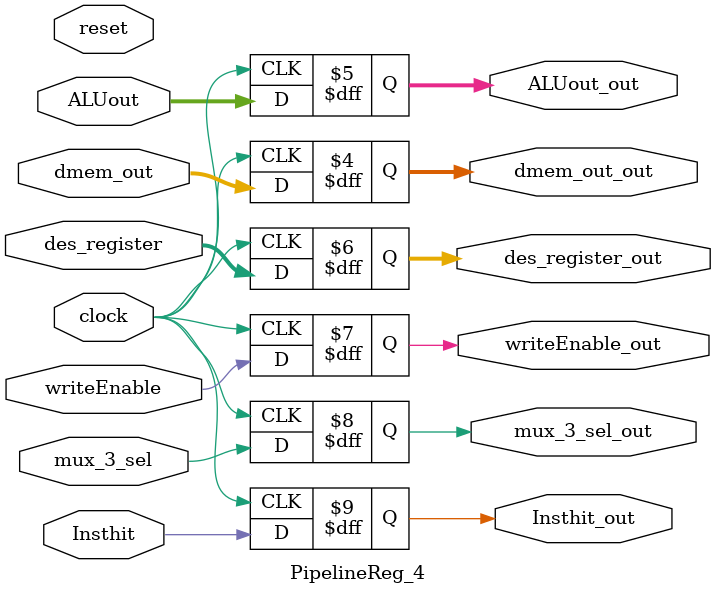
<source format=v>

module PipelineReg_1(clock,reset,nextPC,PC,Instruction,Insthit,busywait,
                     nextPC_out,PC_out,Instr_out,Insthit_out);

input [31:0] nextPC,PC,Instruction;
input clock,reset,Insthit,busywait;   //  instruction hit signal to check wether the fetched instruction is a valid one and busywait to 
                          //  the register to hold the value.

output reg [31:0] nextPC_out,PC_out,Instr_out;
output reg Insthit_out; 

always @(posedge clock ) begin
    if (!busywait)begin
        nextPC_out = nextPC;
        PC_out     = PC;
        Instr_out  = Instruction;
        Insthit_out = Insthit;
    end
end

always @(reset)begin
    if(reset == 1'b1) begin 
        Instr_out = 0;
        Insthit_out = 0;
    end
end

endmodule




// Pipeline register between register read stage & ALU operation stage

module PipelineReg_2(reset,clock,busywait,
        //from instruction
        des_register,Funct3,
        
        //control signals
        mux_5_sel,writeEnable,mux_3_sel,memWrite,memRead,ALUop,mux_4_sel,branch,jump,mux_1_sel,
        
        //PC
        PC,nextPC,
        
        //regfile outputs
        data1,data2,
        
        //immidiate value
        mux_2_out,
        
        //inst hit signal
        Insthit,
        
        //outputs
        des_register_out,Funct3_out,mux_5_sel_out,writeEnable_out,mux_3_sel_out,memWrite_out,memRead_out,ALUop_out,mux_4_sel_out,branch_out,jump_out,mux_1_sel_out,
        PC_out,nextPC_out,data1_out,data2_out,mux_2_out_out,Insthit_out);

input [31:0] nextPC,PC,data1,data2;
input [4:0]  ALUop,des_register;
input [2:0]  mux_2_out,Funct3;
input [1:0]  mux_4_sel;
input        reset,clock,busywait,mux_5_sel,writeEnable,mux_3_sel,memWrite,memRead,branch,jump,mux_1_sel,Insthit;

output reg [31:0] nextPC_out,PC_out,data1_out,data2_out;
output reg [4:0]  ALUop_out,des_register_out;
output reg [2:0]  mux_2_out_out,Funct3_out;
output reg [1:0]  mux_4_sel_out;
output reg        mux_5_sel_out,writeEnable_out,mux_3_sel_out,memWrite_out,memRead_out,branch_out,jump_out,mux_1_sel_out,Insthit_out;

always @(posedge clock ) begin
    if (!busywait)begin
        nextPC_out = nextPC;
        PC_out     = PC;
        data1_out  = data1;
        data2_out  = data2;
        ALUop_out  = ALUop;
        des_register_out    = des_register;
        mux_2_out_out       = mux_2_out;
        Funct3_out          = Funct3;
        mux_4_sel_out       = mux_4_sel;
        mux_5_sel_out       = mux_5_sel;
        writeEnable_out     = writeEnable;
        mux_3_sel_out       = mux_3_sel;
        memWrite_out        = memWrite;
        memRead_out         = memRead;
        branch_out          = branch;
        jump_out            = jump;
        mux_1_sel_out       = mux_1_sel;
        Insthit_out         = Insthit;
    end
end

//waht shoul happen when reset????
always @(reset)begin
    if(reset == 1'b1) begin 
    end
end

endmodule



// Pipeline register between ALU operation stage & data memory stage

module PipelineReg_3(reset,clock,busywait,
        //from instruction
        des_register,Funct3,
        
        //control signals
        writeEnable,mux_3_sel,memWrite,memRead,
        
        //Alu out
        ALUout,
        
        //regfile outputs
        data2,
        
        //inst hit signal
        Insthit,
        
        //outputs
        des_register_out,Funct3_out,writeEnable_out,mux_3_sel_out,memWrite_out,memRead_out,ALUout_out,data2_out,Insthit_out);

input [31:0] data2,ALUout;
input [4:0]  des_register;
input [2:0]  Funct3;
input        reset,clock,busywait,writeEnable,mux_3_sel,memWrite,memRead,Insthit;

output reg [31:0] data2_out,ALUout_out;
output reg [4:0]  des_register_out;
output reg [2:0]  Funct3_out;
output reg        writeEnable_out,mux_3_sel_out,memWrite_out,memRead_out,Insthit_out;

always @(posedge clock ) begin
    if (!busywait)begin
        data2_out  = data2;
        ALUout_out  = ALUout;
        des_register_out    = des_register;
        Funct3_out          = Funct3;
        writeEnable_out     = writeEnable;
        mux_3_sel_out       = mux_3_sel;
        memWrite_out        = memWrite;
        memRead_out         = memRead;
        Insthit_out         = Insthit;
    end
end

//what should happen when reset????
always @(reset)begin
    if(reset == 1'b1) begin
    end
end

endmodule

// Pipeline register between data memory stage & writeback stage

module PipelineReg_4(reset,clock,
        //from instruction
        des_register,
        
        //control signals
        writeEnable,mux_3_sel,
        
        //Alu out
        ALUout,
        
        //data mem outputs
        dmem_out,
        
        //inst hit signal
        Insthit,
        
        //outputs
        des_register_out,writeEnable_out,mux_3_sel_out,ALUout_out,dmem_out_out,Insthit_out);

input [31:0] dmem_out,ALUout;
input [4:0]  des_register;
input        reset,clock,writeEnable,mux_3_sel,Insthit;

output reg [31:0] dmem_out_out,ALUout_out;
output reg [4:0]  des_register_out;
output reg        writeEnable_out,mux_3_sel_out,Insthit_out;

always @(posedge clock ) begin
        dmem_out_out  = dmem_out;
        ALUout_out  = ALUout;
        des_register_out    = des_register;
        writeEnable_out     = writeEnable;
        mux_3_sel_out       = mux_3_sel;
        Insthit_out         = Insthit;
end

//what should happen when reset????
always @(reset)begin
    if(reset == 1'b1) begin 
    end
end

endmodule
</source>
